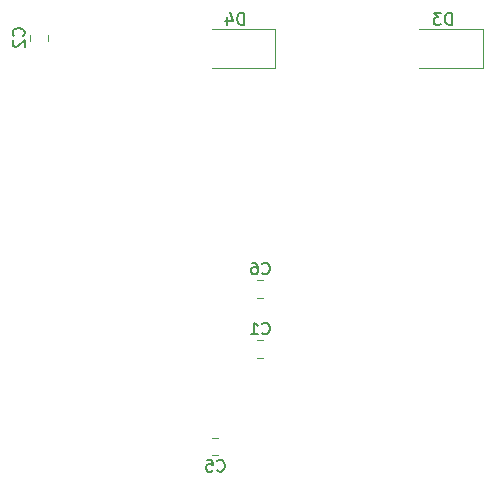
<source format=gbr>
G04 #@! TF.GenerationSoftware,KiCad,Pcbnew,(5.1.10)-1*
G04 #@! TF.CreationDate,2021-08-17T16:02:48+03:00*
G04 #@! TF.ProjectId,ControlledBlinds,436f6e74-726f-46c6-9c65-64426c696e64,rev?*
G04 #@! TF.SameCoordinates,Original*
G04 #@! TF.FileFunction,Legend,Bot*
G04 #@! TF.FilePolarity,Positive*
%FSLAX46Y46*%
G04 Gerber Fmt 4.6, Leading zero omitted, Abs format (unit mm)*
G04 Created by KiCad (PCBNEW (5.1.10)-1) date 2021-08-17 16:02:48*
%MOMM*%
%LPD*%
G01*
G04 APERTURE LIST*
%ADD10C,0.120000*%
%ADD11C,0.150000*%
G04 APERTURE END LIST*
D10*
X83766252Y-75665000D02*
X83243748Y-75665000D01*
X83766252Y-74195000D02*
X83243748Y-74195000D01*
X64035000Y-48313748D02*
X64035000Y-48836252D01*
X65505000Y-48313748D02*
X65505000Y-48836252D01*
X79433748Y-82450000D02*
X79956252Y-82450000D01*
X79433748Y-83920000D02*
X79956252Y-83920000D01*
X83766252Y-69115000D02*
X83243748Y-69115000D01*
X83766252Y-70585000D02*
X83243748Y-70585000D01*
X102365000Y-47880000D02*
X102365000Y-51180000D01*
X102365000Y-51180000D02*
X96965000Y-51180000D01*
X102365000Y-47880000D02*
X96965000Y-47880000D01*
X84775000Y-47880000D02*
X79375000Y-47880000D01*
X84775000Y-51180000D02*
X79375000Y-51180000D01*
X84775000Y-47880000D02*
X84775000Y-51180000D01*
D11*
X83671666Y-73607142D02*
X83719285Y-73654761D01*
X83862142Y-73702380D01*
X83957380Y-73702380D01*
X84100238Y-73654761D01*
X84195476Y-73559523D01*
X84243095Y-73464285D01*
X84290714Y-73273809D01*
X84290714Y-73130952D01*
X84243095Y-72940476D01*
X84195476Y-72845238D01*
X84100238Y-72750000D01*
X83957380Y-72702380D01*
X83862142Y-72702380D01*
X83719285Y-72750000D01*
X83671666Y-72797619D01*
X82719285Y-73702380D02*
X83290714Y-73702380D01*
X83005000Y-73702380D02*
X83005000Y-72702380D01*
X83100238Y-72845238D01*
X83195476Y-72940476D01*
X83290714Y-72988095D01*
X63447142Y-48408333D02*
X63494761Y-48360714D01*
X63542380Y-48217857D01*
X63542380Y-48122619D01*
X63494761Y-47979761D01*
X63399523Y-47884523D01*
X63304285Y-47836904D01*
X63113809Y-47789285D01*
X62970952Y-47789285D01*
X62780476Y-47836904D01*
X62685238Y-47884523D01*
X62590000Y-47979761D01*
X62542380Y-48122619D01*
X62542380Y-48217857D01*
X62590000Y-48360714D01*
X62637619Y-48408333D01*
X62637619Y-48789285D02*
X62590000Y-48836904D01*
X62542380Y-48932142D01*
X62542380Y-49170238D01*
X62590000Y-49265476D01*
X62637619Y-49313095D01*
X62732857Y-49360714D01*
X62828095Y-49360714D01*
X62970952Y-49313095D01*
X63542380Y-48741666D01*
X63542380Y-49360714D01*
X79861666Y-85222142D02*
X79909285Y-85269761D01*
X80052142Y-85317380D01*
X80147380Y-85317380D01*
X80290238Y-85269761D01*
X80385476Y-85174523D01*
X80433095Y-85079285D01*
X80480714Y-84888809D01*
X80480714Y-84745952D01*
X80433095Y-84555476D01*
X80385476Y-84460238D01*
X80290238Y-84365000D01*
X80147380Y-84317380D01*
X80052142Y-84317380D01*
X79909285Y-84365000D01*
X79861666Y-84412619D01*
X78956904Y-84317380D02*
X79433095Y-84317380D01*
X79480714Y-84793571D01*
X79433095Y-84745952D01*
X79337857Y-84698333D01*
X79099761Y-84698333D01*
X79004523Y-84745952D01*
X78956904Y-84793571D01*
X78909285Y-84888809D01*
X78909285Y-85126904D01*
X78956904Y-85222142D01*
X79004523Y-85269761D01*
X79099761Y-85317380D01*
X79337857Y-85317380D01*
X79433095Y-85269761D01*
X79480714Y-85222142D01*
X83671666Y-68527142D02*
X83719285Y-68574761D01*
X83862142Y-68622380D01*
X83957380Y-68622380D01*
X84100238Y-68574761D01*
X84195476Y-68479523D01*
X84243095Y-68384285D01*
X84290714Y-68193809D01*
X84290714Y-68050952D01*
X84243095Y-67860476D01*
X84195476Y-67765238D01*
X84100238Y-67670000D01*
X83957380Y-67622380D01*
X83862142Y-67622380D01*
X83719285Y-67670000D01*
X83671666Y-67717619D01*
X82814523Y-67622380D02*
X83005000Y-67622380D01*
X83100238Y-67670000D01*
X83147857Y-67717619D01*
X83243095Y-67860476D01*
X83290714Y-68050952D01*
X83290714Y-68431904D01*
X83243095Y-68527142D01*
X83195476Y-68574761D01*
X83100238Y-68622380D01*
X82909761Y-68622380D01*
X82814523Y-68574761D01*
X82766904Y-68527142D01*
X82719285Y-68431904D01*
X82719285Y-68193809D01*
X82766904Y-68098571D01*
X82814523Y-68050952D01*
X82909761Y-68003333D01*
X83100238Y-68003333D01*
X83195476Y-68050952D01*
X83243095Y-68098571D01*
X83290714Y-68193809D01*
X99703095Y-47482380D02*
X99703095Y-46482380D01*
X99465000Y-46482380D01*
X99322142Y-46530000D01*
X99226904Y-46625238D01*
X99179285Y-46720476D01*
X99131666Y-46910952D01*
X99131666Y-47053809D01*
X99179285Y-47244285D01*
X99226904Y-47339523D01*
X99322142Y-47434761D01*
X99465000Y-47482380D01*
X99703095Y-47482380D01*
X98798333Y-46482380D02*
X98179285Y-46482380D01*
X98512619Y-46863333D01*
X98369761Y-46863333D01*
X98274523Y-46910952D01*
X98226904Y-46958571D01*
X98179285Y-47053809D01*
X98179285Y-47291904D01*
X98226904Y-47387142D01*
X98274523Y-47434761D01*
X98369761Y-47482380D01*
X98655476Y-47482380D01*
X98750714Y-47434761D01*
X98798333Y-47387142D01*
X82113095Y-47482380D02*
X82113095Y-46482380D01*
X81875000Y-46482380D01*
X81732142Y-46530000D01*
X81636904Y-46625238D01*
X81589285Y-46720476D01*
X81541666Y-46910952D01*
X81541666Y-47053809D01*
X81589285Y-47244285D01*
X81636904Y-47339523D01*
X81732142Y-47434761D01*
X81875000Y-47482380D01*
X82113095Y-47482380D01*
X80684523Y-46815714D02*
X80684523Y-47482380D01*
X80922619Y-46434761D02*
X81160714Y-47149047D01*
X80541666Y-47149047D01*
M02*

</source>
